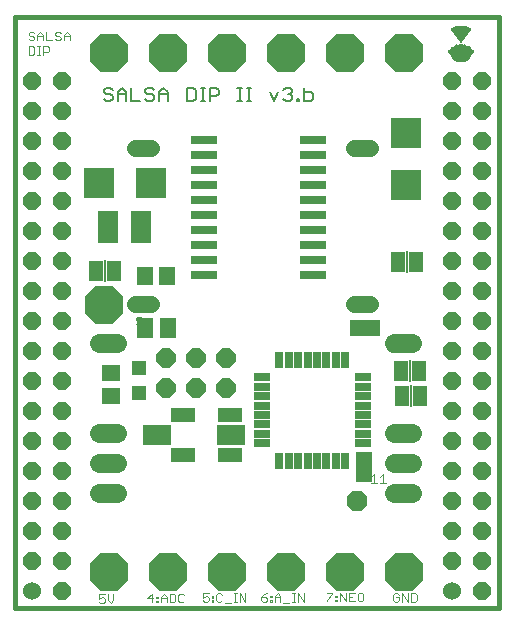
<source format=gts>
G75*
%MOIN*%
%OFA0B0*%
%FSLAX24Y24*%
%IPPOS*%
%LPD*%
%AMOC8*
5,1,8,0,0,1.08239X$1,22.5*
%
%ADD10C,0.0160*%
%ADD11C,0.0030*%
%ADD12C,0.0060*%
%ADD13C,0.0040*%
%ADD14R,0.0540X0.0260*%
%ADD15R,0.0260X0.0540*%
%ADD16OC8,0.0640*%
%ADD17OC8,0.1290*%
%ADD18OC8,0.0670*%
%ADD19R,0.0512X0.0512*%
%ADD20R,0.0552X0.0670*%
%ADD21C,0.0600*%
%ADD22OC8,0.0600*%
%ADD23R,0.1040X0.0540*%
%ADD24R,0.0540X0.1040*%
%ADD25R,0.0906X0.0276*%
%ADD26R,0.0552X0.0631*%
%ADD27R,0.0670X0.1103*%
%ADD28R,0.0500X0.0670*%
%ADD29R,0.0060X0.0720*%
%ADD30R,0.0827X0.0473*%
%ADD31R,0.0631X0.0552*%
%ADD32C,0.0555*%
%ADD33R,0.0985X0.0985*%
%ADD34C,0.0640*%
%ADD35R,0.0312X0.0004*%
%ADD36R,0.0344X0.0004*%
%ADD37R,0.0368X0.0004*%
%ADD38R,0.0392X0.0004*%
%ADD39R,0.0408X0.0004*%
%ADD40R,0.0424X0.0004*%
%ADD41R,0.0432X0.0004*%
%ADD42R,0.0448X0.0004*%
%ADD43R,0.0456X0.0004*%
%ADD44R,0.0472X0.0004*%
%ADD45R,0.0480X0.0004*%
%ADD46R,0.0488X0.0004*%
%ADD47R,0.0496X0.0004*%
%ADD48R,0.0504X0.0004*%
%ADD49R,0.0512X0.0004*%
%ADD50R,0.0520X0.0004*%
%ADD51R,0.0528X0.0004*%
%ADD52R,0.0536X0.0004*%
%ADD53R,0.0536X0.0004*%
%ADD54R,0.0544X0.0004*%
%ADD55R,0.0552X0.0004*%
%ADD56R,0.0560X0.0004*%
%ADD57R,0.0560X0.0004*%
%ADD58R,0.0568X0.0004*%
%ADD59R,0.0576X0.0004*%
%ADD60R,0.0584X0.0004*%
%ADD61R,0.0592X0.0004*%
%ADD62R,0.0592X0.0004*%
%ADD63R,0.0600X0.0004*%
%ADD64R,0.0608X0.0004*%
%ADD65R,0.0608X0.0004*%
%ADD66R,0.0616X0.0004*%
%ADD67R,0.0624X0.0004*%
%ADD68R,0.0632X0.0004*%
%ADD69R,0.0632X0.0004*%
%ADD70R,0.0640X0.0004*%
%ADD71R,0.0648X0.0004*%
%ADD72R,0.0648X0.0004*%
%ADD73R,0.0656X0.0004*%
%ADD74R,0.0664X0.0004*%
%ADD75R,0.0664X0.0004*%
%ADD76R,0.0672X0.0004*%
%ADD77R,0.0680X0.0004*%
%ADD78R,0.0680X0.0004*%
%ADD79R,0.0688X0.0004*%
%ADD80R,0.0696X0.0004*%
%ADD81R,0.0700X0.0004*%
%ADD82R,0.0708X0.0004*%
%ADD83R,0.0716X0.0004*%
%ADD84R,0.0720X0.0004*%
%ADD85R,0.0720X0.0004*%
%ADD86R,0.0724X0.0004*%
%ADD87R,0.0808X0.0004*%
%ADD88R,0.0824X0.0004*%
%ADD89R,0.0832X0.0004*%
%ADD90R,0.0840X0.0004*%
%ADD91R,0.0848X0.0004*%
%ADD92R,0.0856X0.0004*%
%ADD93R,0.0860X0.0004*%
%ADD94R,0.0864X0.0004*%
%ADD95R,0.0864X0.0004*%
%ADD96R,0.0868X0.0004*%
%ADD97R,0.0872X0.0004*%
%ADD98R,0.0872X0.0004*%
%ADD99R,0.0860X0.0004*%
%ADD100R,0.0832X0.0004*%
%ADD101R,0.0824X0.0004*%
%ADD102R,0.0708X0.0004*%
%ADD103R,0.0712X0.0004*%
%ADD104R,0.0712X0.0004*%
%ADD105R,0.0700X0.0004*%
%ADD106R,0.0696X0.0004*%
%ADD107R,0.0692X0.0004*%
%ADD108R,0.0668X0.0004*%
%ADD109R,0.0660X0.0004*%
%ADD110R,0.0452X0.0004*%
%ADD111R,0.0188X0.0004*%
%ADD112R,0.0448X0.0004*%
%ADD113R,0.0440X0.0004*%
%ADD114R,0.0184X0.0004*%
%ADD115R,0.0432X0.0004*%
%ADD116R,0.0184X0.0004*%
%ADD117R,0.0424X0.0004*%
%ADD118R,0.0412X0.0004*%
%ADD119R,0.0128X0.0004*%
%ADD120R,0.0044X0.0004*%
%ADD121R,0.0400X0.0004*%
%ADD122R,0.0008X0.0004*%
%ADD123R,0.0388X0.0004*%
%ADD124R,0.0132X0.0004*%
%ADD125R,0.0360X0.0004*%
%ADD126R,0.0136X0.0004*%
%ADD127R,0.0340X0.0004*%
%ADD128R,0.0140X0.0004*%
%ADD129R,0.0328X0.0004*%
%ADD130R,0.0144X0.0004*%
%ADD131R,0.0324X0.0004*%
%ADD132R,0.0148X0.0004*%
%ADD133R,0.0320X0.0004*%
%ADD134R,0.0156X0.0004*%
%ADD135R,0.0316X0.0004*%
%ADD136R,0.0176X0.0004*%
%ADD137R,0.0080X0.0004*%
%ADD138R,0.0052X0.0004*%
%ADD139R,0.0380X0.0004*%
%ADD140R,0.0372X0.0004*%
%ADD141R,0.0356X0.0004*%
%ADD142R,0.0004X0.0004*%
%ADD143R,0.0308X0.0004*%
%ADD144R,0.0060X0.0004*%
%ADD145R,0.0240X0.0004*%
%ADD146R,0.0232X0.0004*%
%ADD147R,0.0044X0.0004*%
%ADD148R,0.0164X0.0004*%
%ADD149R,0.0056X0.0004*%
%ADD150R,0.0036X0.0004*%
%ADD151R,0.0156X0.0004*%
%ADD152R,0.0048X0.0004*%
%ADD153R,0.0024X0.0004*%
%ADD154R,0.0036X0.0004*%
%ADD155R,0.0016X0.0004*%
%ADD156R,0.0028X0.0004*%
%ADD157R,0.0012X0.0004*%
%ADD158R,0.0124X0.0004*%
%ADD159R,0.0108X0.0004*%
%ADD160R,0.0008X0.0004*%
%ADD161R,0.0092X0.0004*%
%ADD162R,0.0068X0.0004*%
%ADD163R,0.0008X0.0004*%
%ADD164R,0.0016X0.0004*%
%ADD165R,0.0024X0.0004*%
%ADD166R,0.0032X0.0004*%
%ADD167R,0.0032X0.0004*%
%ADD168R,0.0040X0.0004*%
%ADD169R,0.0056X0.0004*%
%ADD170R,0.0064X0.0004*%
%ADD171R,0.0072X0.0004*%
%ADD172R,0.0088X0.0004*%
%ADD173R,0.0096X0.0004*%
%ADD174R,0.0104X0.0004*%
%ADD175R,0.0112X0.0004*%
%ADD176R,0.0120X0.0004*%
%ADD177R,0.0124X0.0004*%
%ADD178R,0.0128X0.0004*%
%ADD179R,0.0144X0.0004*%
%ADD180R,0.0152X0.0004*%
%ADD181R,0.0152X0.0004*%
%ADD182R,0.0160X0.0004*%
%ADD183R,0.0168X0.0004*%
%ADD184R,0.0176X0.0004*%
%ADD185R,0.0184X0.0004*%
%ADD186R,0.0192X0.0004*%
%ADD187R,0.0200X0.0004*%
%ADD188R,0.0208X0.0004*%
%ADD189R,0.0216X0.0004*%
%ADD190R,0.0216X0.0004*%
%ADD191R,0.0224X0.0004*%
%ADD192R,0.0232X0.0004*%
%ADD193R,0.0240X0.0004*%
%ADD194R,0.0248X0.0004*%
%ADD195R,0.0256X0.0004*%
%ADD196R,0.0264X0.0004*%
%ADD197R,0.0272X0.0004*%
%ADD198R,0.0280X0.0004*%
%ADD199R,0.0288X0.0004*%
%ADD200R,0.0296X0.0004*%
%ADD201R,0.0304X0.0004*%
%ADD202R,0.0320X0.0004*%
%ADD203R,0.0328X0.0004*%
%ADD204R,0.0336X0.0004*%
%ADD205R,0.0336X0.0004*%
%ADD206R,0.0200X0.0004*%
%ADD207R,0.0128X0.0004*%
%ADD208R,0.0204X0.0004*%
%ADD209R,0.0216X0.0004*%
%ADD210R,0.0228X0.0004*%
%ADD211R,0.0416X0.0004*%
%ADD212R,0.0424X0.0004*%
%ADD213R,0.0428X0.0004*%
%ADD214R,0.0304X0.0004*%
%ADD215R,0.0180X0.0004*%
%ADD216R,0.0112X0.0004*%
%ADD217R,0.0176X0.0004*%
%ADD218R,0.0112X0.0004*%
%ADD219R,0.0132X0.0004*%
%ADD220R,0.0116X0.0004*%
%ADD221R,0.0332X0.0004*%
%ADD222R,0.0336X0.0004*%
%ADD223R,0.0480X0.0004*%
%ADD224R,0.0496X0.0004*%
%ADD225R,0.0512X0.0004*%
%ADD226R,0.0544X0.0004*%
%ADD227R,0.0208X0.0004*%
%ADD228R,0.0356X0.0004*%
%ADD229R,0.0208X0.0004*%
%ADD230R,0.0364X0.0004*%
%ADD231R,0.0212X0.0004*%
%ADD232R,0.0368X0.0004*%
%ADD233R,0.0220X0.0004*%
%ADD234R,0.0600X0.0004*%
%ADD235R,0.0356X0.0004*%
%ADD236R,0.0228X0.0004*%
%ADD237R,0.0236X0.0004*%
%ADD238R,0.0360X0.0004*%
%ADD239R,0.0368X0.0004*%
%ADD240R,0.0244X0.0004*%
%ADD241R,0.0252X0.0004*%
%ADD242R,0.0376X0.0004*%
%ADD243R,0.0672X0.0004*%
%ADD244R,0.0624X0.0004*%
%ADD245R,0.0596X0.0004*%
%ADD246R,0.0552X0.0004*%
%ADD247R,0.0456X0.0004*%
%ADD248R,0.0384X0.0004*%
%ADD249R,0.0352X0.0004*%
%ADD250R,0.0188X0.0004*%
%ADD251R,0.0108X0.0004*%
%ADD252R,0.0946X0.0670*%
D10*
X003348Y000180D02*
X019490Y000180D01*
X019490Y019865D01*
X003348Y019865D01*
X003348Y000180D01*
D11*
X006153Y000383D02*
X006201Y000334D01*
X006298Y000334D01*
X006346Y000383D01*
X006346Y000479D01*
X006298Y000528D01*
X006249Y000528D01*
X006153Y000479D01*
X006153Y000624D01*
X006346Y000624D01*
X006447Y000624D02*
X006447Y000431D01*
X006544Y000334D01*
X006641Y000431D01*
X006641Y000624D01*
X007776Y000502D02*
X007970Y000502D01*
X008071Y000502D02*
X008071Y000550D01*
X008119Y000550D01*
X008119Y000502D01*
X008071Y000502D01*
X008071Y000405D02*
X008071Y000357D01*
X008119Y000357D01*
X008119Y000405D01*
X008071Y000405D01*
X008218Y000357D02*
X008218Y000550D01*
X008315Y000647D01*
X008412Y000550D01*
X008412Y000357D01*
X008513Y000357D02*
X008658Y000357D01*
X008706Y000405D01*
X008706Y000599D01*
X008658Y000647D01*
X008513Y000647D01*
X008513Y000357D01*
X008412Y000502D02*
X008218Y000502D01*
X007921Y000357D02*
X007921Y000647D01*
X007776Y000502D01*
X008808Y000599D02*
X008808Y000405D01*
X008856Y000357D01*
X008953Y000357D01*
X009001Y000405D01*
X009001Y000599D02*
X008953Y000647D01*
X008856Y000647D01*
X008808Y000599D01*
X009622Y000665D02*
X009622Y000520D01*
X009719Y000568D01*
X009767Y000568D01*
X009815Y000520D01*
X009815Y000423D01*
X009767Y000375D01*
X009670Y000375D01*
X009622Y000423D01*
X009622Y000665D02*
X009815Y000665D01*
X009917Y000568D02*
X009917Y000520D01*
X009965Y000520D01*
X009965Y000568D01*
X009917Y000568D01*
X009917Y000423D02*
X009917Y000375D01*
X009965Y000375D01*
X009965Y000423D01*
X009917Y000423D01*
X010064Y000423D02*
X010112Y000375D01*
X010209Y000375D01*
X010257Y000423D01*
X010359Y000327D02*
X010552Y000327D01*
X010653Y000375D02*
X010750Y000375D01*
X010702Y000375D02*
X010702Y000665D01*
X010750Y000665D02*
X010653Y000665D01*
X010850Y000665D02*
X011043Y000375D01*
X011043Y000665D01*
X010850Y000665D02*
X010850Y000375D01*
X010257Y000617D02*
X010209Y000665D01*
X010112Y000665D01*
X010064Y000617D01*
X010064Y000423D01*
X011574Y000427D02*
X011622Y000379D01*
X011719Y000379D01*
X011767Y000427D01*
X011767Y000476D01*
X011719Y000524D01*
X011574Y000524D01*
X011574Y000427D01*
X011574Y000524D02*
X011670Y000621D01*
X011767Y000669D01*
X011868Y000572D02*
X011868Y000524D01*
X011917Y000524D01*
X011917Y000572D01*
X011868Y000572D01*
X011868Y000427D02*
X011868Y000379D01*
X011917Y000379D01*
X011917Y000427D01*
X011868Y000427D01*
X012016Y000379D02*
X012016Y000572D01*
X012112Y000669D01*
X012209Y000572D01*
X012209Y000379D01*
X012310Y000331D02*
X012504Y000331D01*
X012605Y000379D02*
X012702Y000379D01*
X012653Y000379D02*
X012653Y000669D01*
X012605Y000669D02*
X012702Y000669D01*
X012801Y000669D02*
X012995Y000379D01*
X012995Y000669D01*
X012801Y000669D02*
X012801Y000379D01*
X012209Y000524D02*
X012016Y000524D01*
X013748Y000437D02*
X013748Y000389D01*
X013748Y000437D02*
X013942Y000631D01*
X013942Y000679D01*
X013748Y000679D01*
X014043Y000582D02*
X014043Y000534D01*
X014091Y000534D01*
X014091Y000582D01*
X014043Y000582D01*
X014043Y000437D02*
X014043Y000389D01*
X014091Y000389D01*
X014091Y000437D01*
X014043Y000437D01*
X014190Y000389D02*
X014190Y000679D01*
X014384Y000389D01*
X014384Y000679D01*
X014485Y000679D02*
X014485Y000389D01*
X014678Y000389D01*
X014779Y000437D02*
X014828Y000389D01*
X014925Y000389D01*
X014973Y000437D01*
X014973Y000631D01*
X014925Y000679D01*
X014828Y000679D01*
X014779Y000631D01*
X014779Y000437D01*
X014581Y000534D02*
X014485Y000534D01*
X014485Y000679D02*
X014678Y000679D01*
X015963Y000618D02*
X015963Y000424D01*
X016012Y000376D01*
X016108Y000376D01*
X016157Y000424D01*
X016157Y000521D01*
X016060Y000521D01*
X015963Y000618D02*
X016012Y000666D01*
X016108Y000666D01*
X016157Y000618D01*
X016258Y000666D02*
X016451Y000376D01*
X016451Y000666D01*
X016553Y000666D02*
X016698Y000666D01*
X016746Y000618D01*
X016746Y000424D01*
X016698Y000376D01*
X016553Y000376D01*
X016553Y000666D01*
X016258Y000666D02*
X016258Y000376D01*
X015713Y004339D02*
X015519Y004339D01*
X015616Y004339D02*
X015616Y004629D01*
X015519Y004532D01*
X015418Y004339D02*
X015224Y004339D01*
X015321Y004339D02*
X015321Y004629D01*
X015224Y004532D01*
X015899Y008690D02*
X015802Y008786D01*
X016092Y008786D01*
X016092Y008690D02*
X016092Y008883D01*
X016044Y008984D02*
X015850Y009178D01*
X016044Y009178D01*
X016092Y009129D01*
X016092Y009033D01*
X016044Y008984D01*
X015850Y008984D01*
X015802Y009033D01*
X015802Y009129D01*
X015850Y009178D01*
X007601Y009639D02*
X007553Y009591D01*
X007456Y009591D01*
X007408Y009639D01*
X007456Y009736D02*
X007601Y009736D01*
X007601Y009639D02*
X007601Y009833D01*
X007553Y009881D01*
X007456Y009881D01*
X007408Y009833D01*
X007408Y009785D01*
X007456Y009736D01*
D12*
X007536Y017075D02*
X007243Y017075D01*
X007243Y017515D01*
X007076Y017368D02*
X007076Y017075D01*
X007076Y017295D02*
X006782Y017295D01*
X006782Y017368D02*
X006929Y017515D01*
X007076Y017368D01*
X006782Y017368D02*
X006782Y017075D01*
X006615Y017148D02*
X006542Y017075D01*
X006395Y017075D01*
X006322Y017148D01*
X006395Y017295D02*
X006322Y017368D01*
X006322Y017442D01*
X006395Y017515D01*
X006542Y017515D01*
X006615Y017442D01*
X006542Y017295D02*
X006615Y017221D01*
X006615Y017148D01*
X006542Y017295D02*
X006395Y017295D01*
X007703Y017368D02*
X007776Y017295D01*
X007923Y017295D01*
X007997Y017221D01*
X007997Y017148D01*
X007923Y017075D01*
X007776Y017075D01*
X007703Y017148D01*
X007703Y017368D02*
X007703Y017442D01*
X007776Y017515D01*
X007923Y017515D01*
X007997Y017442D01*
X008163Y017368D02*
X008163Y017075D01*
X008163Y017295D02*
X008457Y017295D01*
X008457Y017368D02*
X008457Y017075D01*
X008457Y017368D02*
X008310Y017515D01*
X008163Y017368D01*
X009084Y017515D02*
X009084Y017075D01*
X009304Y017075D01*
X009378Y017148D01*
X009378Y017442D01*
X009304Y017515D01*
X009084Y017515D01*
X009545Y017515D02*
X009691Y017515D01*
X009618Y017515D02*
X009618Y017075D01*
X009545Y017075D02*
X009691Y017075D01*
X009851Y017075D02*
X009851Y017515D01*
X010072Y017515D01*
X010145Y017442D01*
X010145Y017295D01*
X010072Y017221D01*
X009851Y017221D01*
X010772Y017075D02*
X010919Y017075D01*
X010846Y017075D02*
X010846Y017515D01*
X010919Y017515D02*
X010772Y017515D01*
X011079Y017515D02*
X011226Y017515D01*
X011153Y017515D02*
X011153Y017075D01*
X011226Y017075D02*
X011079Y017075D01*
X011847Y017368D02*
X011993Y017075D01*
X012140Y017368D01*
X012307Y017442D02*
X012380Y017515D01*
X012527Y017515D01*
X012600Y017442D01*
X012600Y017368D01*
X012527Y017295D01*
X012600Y017221D01*
X012600Y017148D01*
X012527Y017075D01*
X012380Y017075D01*
X012307Y017148D01*
X012454Y017295D02*
X012527Y017295D01*
X012767Y017148D02*
X012841Y017148D01*
X012841Y017075D01*
X012767Y017075D01*
X012767Y017148D01*
X012997Y017075D02*
X013218Y017075D01*
X013291Y017148D01*
X013291Y017295D01*
X013218Y017368D01*
X012997Y017368D01*
X012997Y017515D02*
X012997Y017075D01*
D13*
X005178Y019090D02*
X005178Y019277D01*
X005085Y019371D01*
X004992Y019277D01*
X004992Y019090D01*
X004884Y019137D02*
X004837Y019090D01*
X004744Y019090D01*
X004697Y019137D01*
X004744Y019230D02*
X004697Y019277D01*
X004697Y019324D01*
X004744Y019371D01*
X004837Y019371D01*
X004884Y019324D01*
X004837Y019230D02*
X004884Y019184D01*
X004884Y019137D01*
X004837Y019230D02*
X004744Y019230D01*
X004589Y019090D02*
X004402Y019090D01*
X004402Y019371D01*
X004294Y019277D02*
X004294Y019090D01*
X004294Y019230D02*
X004108Y019230D01*
X004108Y019277D02*
X004108Y019090D01*
X004000Y019137D02*
X003953Y019090D01*
X003860Y019090D01*
X003813Y019137D01*
X003860Y019230D02*
X003953Y019230D01*
X004000Y019184D01*
X004000Y019137D01*
X003860Y019230D02*
X003813Y019277D01*
X003813Y019324D01*
X003860Y019371D01*
X003953Y019371D01*
X004000Y019324D01*
X004108Y019277D02*
X004201Y019371D01*
X004294Y019277D01*
X004304Y018891D02*
X004444Y018891D01*
X004491Y018844D01*
X004491Y018750D01*
X004444Y018704D01*
X004304Y018704D01*
X004304Y018610D02*
X004304Y018891D01*
X004201Y018891D02*
X004108Y018891D01*
X004154Y018891D02*
X004154Y018610D01*
X004108Y018610D02*
X004201Y018610D01*
X004000Y018657D02*
X004000Y018844D01*
X003953Y018891D01*
X003813Y018891D01*
X003813Y018610D01*
X003953Y018610D01*
X004000Y018657D01*
X004992Y019230D02*
X005178Y019230D01*
D14*
X011580Y007865D03*
X011580Y007550D03*
X011580Y007235D03*
X011580Y006920D03*
X011580Y006605D03*
X011580Y006290D03*
X011580Y005975D03*
X011580Y005660D03*
X014960Y005660D03*
X014960Y005975D03*
X014960Y006290D03*
X014960Y006605D03*
X014960Y006920D03*
X014960Y007235D03*
X014960Y007550D03*
X014960Y007865D03*
D15*
X014372Y008453D03*
X014057Y008453D03*
X013742Y008453D03*
X013427Y008453D03*
X013112Y008453D03*
X012797Y008453D03*
X012482Y008453D03*
X012167Y008453D03*
X012167Y005073D03*
X012482Y005073D03*
X012797Y005073D03*
X013112Y005073D03*
X013427Y005073D03*
X013742Y005073D03*
X014057Y005073D03*
X014372Y005073D03*
D16*
X010388Y007507D03*
X010388Y008507D03*
X009388Y008507D03*
X009388Y007507D03*
X008388Y007507D03*
X008388Y008507D03*
D17*
X006331Y010271D03*
X006498Y018684D03*
X008466Y018684D03*
X010435Y018684D03*
X012403Y018684D03*
X014372Y018684D03*
X016340Y018684D03*
X016340Y001361D03*
X014372Y001361D03*
X012403Y001361D03*
X010435Y001361D03*
X008466Y001361D03*
X006498Y001361D03*
D18*
X014750Y003741D03*
D19*
X007489Y007344D03*
X007489Y008171D03*
D20*
X007701Y009498D03*
X008449Y009498D03*
D21*
X003919Y000735D03*
X017919Y000735D03*
D22*
X018919Y000735D03*
X018919Y001735D03*
X017919Y001735D03*
X017919Y002735D03*
X018919Y002735D03*
X018919Y003735D03*
X017919Y003735D03*
X017919Y004735D03*
X018919Y004735D03*
X018919Y005735D03*
X017919Y005735D03*
X017919Y006735D03*
X018919Y006735D03*
X018919Y007735D03*
X017919Y007735D03*
X017919Y008735D03*
X018919Y008735D03*
X018919Y009735D03*
X017919Y009735D03*
X017919Y010735D03*
X018919Y010735D03*
X018919Y011735D03*
X017919Y011735D03*
X017919Y012735D03*
X018919Y012735D03*
X018919Y013735D03*
X017919Y013735D03*
X017919Y014735D03*
X018919Y014735D03*
X018919Y015735D03*
X017919Y015735D03*
X017919Y016735D03*
X018919Y016735D03*
X018919Y017735D03*
X017919Y017735D03*
X004919Y017735D03*
X003919Y017735D03*
X003919Y016735D03*
X004919Y016735D03*
X004919Y015735D03*
X003919Y015735D03*
X003919Y014735D03*
X004919Y014735D03*
X004919Y013735D03*
X003919Y013735D03*
X003919Y012735D03*
X004919Y012735D03*
X004919Y011735D03*
X003919Y011735D03*
X003919Y010735D03*
X004919Y010735D03*
X004919Y009735D03*
X003919Y009735D03*
X003919Y008735D03*
X004919Y008735D03*
X004919Y007735D03*
X003919Y007735D03*
X003919Y006735D03*
X004919Y006735D03*
X004919Y005735D03*
X003919Y005735D03*
X003919Y004735D03*
X004919Y004735D03*
X004919Y003735D03*
X003919Y003735D03*
X003919Y002735D03*
X004919Y002735D03*
X004919Y001735D03*
X003919Y001735D03*
X004919Y000735D03*
D23*
X015015Y009518D03*
D24*
X015003Y004866D03*
D25*
X013289Y011273D03*
X013289Y011773D03*
X013289Y012273D03*
X013289Y012773D03*
X013289Y013273D03*
X013289Y013773D03*
X013289Y014273D03*
X013289Y014773D03*
X013289Y015273D03*
X013289Y015773D03*
X009667Y015773D03*
X009667Y015273D03*
X009667Y014773D03*
X009667Y014273D03*
X009667Y013773D03*
X009667Y013273D03*
X009667Y012773D03*
X009667Y012273D03*
X009667Y011773D03*
X009667Y011273D03*
D26*
X008427Y011232D03*
X007679Y011232D03*
D27*
X007568Y012866D03*
X006465Y012866D03*
D28*
X006663Y011410D03*
X006063Y011410D03*
X016129Y011693D03*
X016729Y011693D03*
X016838Y008070D03*
X016238Y008070D03*
X016248Y007230D03*
X016848Y007230D03*
D29*
X016548Y007230D03*
X016538Y008070D03*
X016429Y011693D03*
X006363Y011410D03*
D30*
X008951Y006609D03*
X008951Y005271D03*
X010526Y005271D03*
X010526Y006609D03*
D31*
X006548Y007246D03*
X006548Y007994D03*
D32*
X007371Y010320D02*
X007886Y010320D01*
X007886Y015520D02*
X007371Y015520D01*
X014671Y015520D02*
X015186Y015520D01*
X015186Y010320D02*
X014671Y010320D01*
D33*
X016388Y014279D03*
X016388Y016011D03*
X007904Y014335D03*
X006172Y014335D03*
D34*
X006158Y008990D02*
X006758Y008990D01*
X006758Y005990D02*
X006158Y005990D01*
X006158Y004990D02*
X006758Y004990D01*
X006758Y003990D02*
X006158Y003990D01*
X015993Y004010D02*
X016593Y004010D01*
X016593Y005010D02*
X015993Y005010D01*
X015993Y006010D02*
X016593Y006010D01*
X016593Y009010D02*
X015993Y009010D01*
D35*
X018228Y018382D03*
X018232Y018894D03*
X018228Y019194D03*
X018228Y019198D03*
D36*
X018228Y018386D03*
D37*
X018228Y018390D03*
D38*
X018228Y018394D03*
X018204Y018878D03*
D39*
X018228Y019258D03*
X018228Y019262D03*
X018228Y019518D03*
X018228Y018398D03*
D40*
X018228Y018402D03*
D41*
X018228Y018406D03*
X018228Y019278D03*
X018228Y019514D03*
D42*
X018228Y018410D03*
D43*
X018228Y018414D03*
D44*
X018228Y018418D03*
D45*
X018228Y018422D03*
X018228Y019506D03*
D46*
X018228Y019314D03*
X018228Y018426D03*
D47*
X018228Y018430D03*
D48*
X018228Y018434D03*
X018228Y019326D03*
D49*
X018228Y019498D03*
X018228Y018438D03*
D50*
X018228Y018442D03*
X018228Y019334D03*
X018228Y019338D03*
D51*
X018228Y019342D03*
X018228Y018446D03*
D52*
X018228Y018450D03*
D53*
X018228Y018454D03*
X018228Y019346D03*
X018228Y019494D03*
D54*
X018228Y019354D03*
X018228Y018458D03*
D55*
X018228Y018462D03*
X018228Y019358D03*
D56*
X018228Y019362D03*
X018228Y018466D03*
D57*
X018228Y018470D03*
D58*
X018228Y018474D03*
X018228Y019366D03*
X018228Y019486D03*
D59*
X018228Y018482D03*
X018228Y018478D03*
D60*
X018228Y018486D03*
X018228Y019482D03*
D61*
X018228Y018490D03*
D62*
X018228Y018494D03*
D63*
X018228Y018498D03*
X018228Y018502D03*
D64*
X018228Y018506D03*
X018228Y019474D03*
D65*
X018228Y018510D03*
D66*
X018228Y018514D03*
X018228Y018518D03*
D67*
X018228Y018522D03*
X018228Y018526D03*
D68*
X018228Y018530D03*
D69*
X018228Y018534D03*
X018228Y019466D03*
D70*
X018228Y018542D03*
X018228Y018538D03*
D71*
X018228Y018546D03*
X018228Y018554D03*
X018228Y019462D03*
D72*
X018228Y018550D03*
D73*
X018228Y018558D03*
X018228Y018562D03*
X018228Y019426D03*
X018228Y019458D03*
D74*
X018228Y019454D03*
X018228Y019434D03*
X018228Y018566D03*
D75*
X018228Y018570D03*
X018228Y019430D03*
D76*
X018228Y019438D03*
X018232Y018806D03*
X018228Y018582D03*
X018228Y018578D03*
X018228Y018574D03*
D77*
X018228Y018586D03*
X018228Y018802D03*
X018228Y019442D03*
X018228Y019446D03*
D78*
X018228Y018590D03*
D79*
X018228Y018594D03*
X018228Y018598D03*
X018228Y018798D03*
D80*
X018228Y018606D03*
X018228Y018602D03*
D81*
X018230Y018610D03*
D82*
X018230Y018614D03*
X018230Y018618D03*
D83*
X018230Y018622D03*
X018230Y018626D03*
D84*
X018228Y018630D03*
D85*
X018228Y018634D03*
D86*
X018226Y018638D03*
D87*
X018228Y018642D03*
X018228Y018734D03*
D88*
X018228Y018646D03*
D89*
X018228Y018650D03*
D90*
X018228Y018654D03*
X018228Y018722D03*
D91*
X018228Y018718D03*
X018228Y018658D03*
D92*
X018228Y018662D03*
X018228Y018714D03*
D93*
X018226Y018666D03*
D94*
X018228Y018670D03*
D95*
X018228Y018674D03*
X018228Y018702D03*
X018228Y018706D03*
D96*
X018226Y018698D03*
X018226Y018682D03*
X018226Y018678D03*
D97*
X018228Y018686D03*
X018228Y018694D03*
D98*
X018228Y018690D03*
D99*
X018226Y018710D03*
D100*
X018228Y018726D03*
D101*
X018228Y018730D03*
D102*
X018218Y018766D03*
X018222Y018778D03*
D103*
X018220Y018770D03*
D104*
X018220Y018774D03*
D105*
X018222Y018782D03*
X018222Y018786D03*
D106*
X018224Y018790D03*
D107*
X018226Y018794D03*
D108*
X018234Y018810D03*
D109*
X018234Y018814D03*
X018234Y018818D03*
D110*
X018334Y018822D03*
D111*
X018002Y018838D03*
X017998Y018826D03*
X017998Y018822D03*
D112*
X018336Y018826D03*
D113*
X018336Y018830D03*
D114*
X018000Y018830D03*
D115*
X018336Y018834D03*
D116*
X018000Y018834D03*
D117*
X018340Y018838D03*
D118*
X018342Y018842D03*
D119*
X018040Y018846D03*
X018036Y018842D03*
X018120Y019218D03*
X018116Y019222D03*
D120*
X017930Y018842D03*
D121*
X018344Y018846D03*
X018228Y019254D03*
D122*
X018228Y018994D03*
X017912Y018846D03*
D123*
X018346Y018850D03*
D124*
X018046Y018850D03*
X018390Y019290D03*
D125*
X018340Y019378D03*
X018356Y018854D03*
D126*
X018228Y018922D03*
X018228Y019078D03*
X018108Y019238D03*
X018048Y018854D03*
D127*
X018362Y018858D03*
D128*
X018106Y019242D03*
X018054Y018858D03*
D129*
X018360Y018862D03*
X018296Y019298D03*
D130*
X018060Y018862D03*
D131*
X018358Y018866D03*
D132*
X018230Y018918D03*
X018066Y018866D03*
D133*
X018352Y018870D03*
X018228Y019530D03*
D134*
X018110Y019250D03*
X018074Y018870D03*
D135*
X018346Y018874D03*
D136*
X018092Y018874D03*
D137*
X018228Y019038D03*
X018228Y019042D03*
X018456Y018878D03*
D138*
X018454Y018882D03*
X018354Y018906D03*
D139*
X018206Y018882D03*
D140*
X018210Y018886D03*
D141*
X018214Y018890D03*
X018334Y019370D03*
D142*
X018062Y018894D03*
D143*
X018234Y018898D03*
D144*
X018354Y018902D03*
D145*
X018200Y018902D03*
X018228Y019146D03*
X018428Y019414D03*
X018228Y019538D03*
D146*
X018416Y019394D03*
X018420Y019398D03*
X018200Y018906D03*
D147*
X018358Y018910D03*
D148*
X018230Y018910D03*
D149*
X018116Y018910D03*
D150*
X018358Y018914D03*
D151*
X018230Y018914D03*
D152*
X018228Y019018D03*
X018112Y018914D03*
D153*
X018360Y018918D03*
D154*
X018230Y018942D03*
X018110Y018918D03*
D155*
X018104Y018926D03*
X018360Y018922D03*
D156*
X018106Y018922D03*
D157*
X018362Y018926D03*
D158*
X018230Y018926D03*
X018386Y019282D03*
X018054Y019306D03*
D159*
X018230Y018930D03*
D160*
X018100Y018930D03*
D161*
X018230Y018934D03*
D162*
X018230Y018938D03*
D163*
X018228Y018990D03*
D164*
X018228Y018998D03*
D165*
X018228Y019002D03*
D166*
X018228Y019006D03*
D167*
X018228Y019010D03*
D168*
X018228Y019014D03*
D169*
X018228Y019022D03*
X018228Y019026D03*
D170*
X018228Y019030D03*
D171*
X018228Y019034D03*
D172*
X018228Y019046D03*
D173*
X018228Y019050D03*
D174*
X018228Y019054D03*
X018228Y019058D03*
D175*
X018228Y019062D03*
D176*
X018228Y019066D03*
X018052Y019302D03*
D177*
X018230Y019070D03*
D178*
X018228Y019074D03*
X018112Y019226D03*
X018108Y019234D03*
X018388Y019286D03*
D179*
X018228Y019082D03*
X018108Y019246D03*
D180*
X018228Y019086D03*
D181*
X018228Y019090D03*
D182*
X018228Y019094D03*
D183*
X018228Y019098D03*
X018228Y019102D03*
D184*
X018228Y019106D03*
D185*
X018228Y019110D03*
D186*
X018228Y019114D03*
X018228Y019118D03*
D187*
X018228Y019122D03*
X018300Y019218D03*
X018304Y019222D03*
X018308Y019226D03*
D188*
X018312Y019238D03*
X018228Y019126D03*
D189*
X018228Y019130D03*
D190*
X018228Y019134D03*
D191*
X018228Y019138D03*
D192*
X018228Y019142D03*
X018424Y019406D03*
D193*
X018228Y019150D03*
D194*
X018228Y019154D03*
D195*
X018228Y019158D03*
D196*
X018228Y019162D03*
X018228Y019166D03*
D197*
X018228Y019170D03*
D198*
X018228Y019174D03*
X018228Y019534D03*
D199*
X018228Y019182D03*
X018228Y019178D03*
D200*
X018228Y019186D03*
D201*
X018228Y019190D03*
D202*
X018228Y019202D03*
D203*
X018228Y019206D03*
D204*
X018228Y019210D03*
D205*
X018228Y019214D03*
D206*
X018308Y019230D03*
D207*
X018112Y019230D03*
D208*
X018042Y019374D03*
X018310Y019234D03*
D209*
X018312Y019242D03*
X018312Y019246D03*
D210*
X018310Y019250D03*
D211*
X018228Y019266D03*
D212*
X018228Y019270D03*
D213*
X018226Y019274D03*
D214*
X018160Y019282D03*
D215*
X018218Y019286D03*
X018222Y019294D03*
D216*
X018060Y019286D03*
X018056Y019294D03*
D217*
X018220Y019290D03*
D218*
X018056Y019290D03*
D219*
X018390Y019294D03*
D220*
X018054Y019298D03*
D221*
X018298Y019302D03*
D222*
X018296Y019306D03*
D223*
X018228Y019310D03*
D224*
X018228Y019318D03*
X018228Y019322D03*
X018228Y019502D03*
D225*
X018228Y019330D03*
D226*
X018228Y019350D03*
D227*
X018048Y019370D03*
D228*
X018098Y019398D03*
X018098Y019402D03*
X018338Y019374D03*
D229*
X018040Y019378D03*
D230*
X018342Y019382D03*
D231*
X018038Y019382D03*
D232*
X018340Y019386D03*
D233*
X018042Y019386D03*
D234*
X018228Y019390D03*
D235*
X018102Y019394D03*
X018094Y019406D03*
D236*
X018422Y019402D03*
D237*
X018426Y019410D03*
D238*
X018092Y019410D03*
D239*
X018092Y019414D03*
X018092Y019418D03*
D240*
X018426Y019418D03*
D241*
X018426Y019422D03*
D242*
X018092Y019422D03*
D243*
X018228Y019450D03*
D244*
X018228Y019470D03*
D245*
X018226Y019478D03*
D246*
X018228Y019490D03*
D247*
X018228Y019510D03*
D248*
X018228Y019522D03*
D249*
X018228Y019526D03*
D250*
X018230Y019542D03*
D251*
X018226Y019546D03*
D252*
X010568Y005945D03*
X008088Y005945D03*
M02*

</source>
